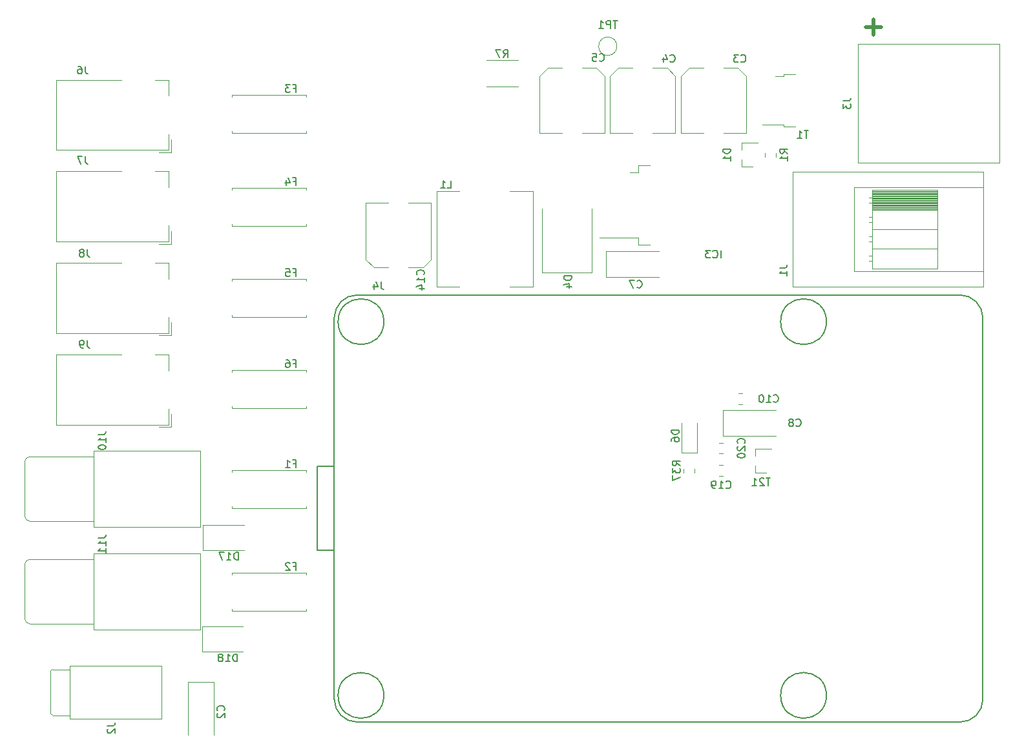
<source format=gbo>
%TF.GenerationSoftware,KiCad,Pcbnew,(5.1.6-0-10_14)*%
%TF.CreationDate,2020-09-02T22:05:45+02:00*%
%TF.ProjectId,Astroberry_power_shield,41737472-6f62-4657-9272-795f706f7765,rev?*%
%TF.SameCoordinates,PX2faf080PY8f0d180*%
%TF.FileFunction,Legend,Bot*%
%TF.FilePolarity,Positive*%
%FSLAX46Y46*%
G04 Gerber Fmt 4.6, Leading zero omitted, Abs format (unit mm)*
G04 Created by KiCad (PCBNEW (5.1.6-0-10_14)) date 2020-09-02 22:05:45*
%MOMM*%
%LPD*%
G01*
G04 APERTURE LIST*
%ADD10C,0.200000*%
%ADD11C,0.120000*%
%ADD12C,0.500000*%
%ADD13C,0.150000*%
G04 APERTURE END LIST*
D10*
%TO.C,J4*%
X37799994Y6400000D02*
G75*
G02*
X34800000Y9400000I3J2999997D01*
G01*
X34799999Y59400005D02*
G75*
G02*
X37800000Y62400000I2999998J-3D01*
G01*
X116800004Y62400000D02*
G75*
G02*
X119800000Y59400000I-2J-2999998D01*
G01*
X119799999Y9399995D02*
G75*
G02*
X116800000Y6400000I-2999997J2D01*
G01*
X99300000Y9899999D02*
G75*
G03*
X99300000Y9899999I-3000000J0D01*
G01*
X99300000Y58899999D02*
G75*
G03*
X99300000Y58899999I-3000000J0D01*
G01*
X41300000Y9899999D02*
G75*
G03*
X41300000Y9899999I-3000000J0D01*
G01*
X41300000Y58900000D02*
G75*
G03*
X41300000Y58900000I-3000000J0D01*
G01*
X34800000Y59400000D02*
X34800000Y9400000D01*
X116800000Y62400000D02*
X37800000Y62400000D01*
X119800000Y9400000D02*
X119800000Y59400000D01*
X37800000Y6400000D02*
X116800000Y6400000D01*
X32535000Y39909999D02*
X34800000Y39909999D01*
X32535000Y28910000D02*
X32535000Y39909999D01*
X34800000Y28910000D02*
X32535000Y28910000D01*
D11*
%TO.C,J1*%
X113887000Y76146000D02*
X113887000Y65866000D01*
X113887000Y65866000D02*
X105257000Y65866000D01*
X105257000Y76146000D02*
X105257000Y65866000D01*
X113887000Y76146000D02*
X105257000Y76146000D01*
X113887000Y68466000D02*
X105257000Y68466000D01*
X113887000Y71006000D02*
X105257000Y71006000D01*
X113887000Y73546000D02*
X105257000Y73546000D01*
X105257000Y66836000D02*
X104847000Y66836000D01*
X105257000Y67556000D02*
X104847000Y67556000D01*
X105257000Y69376000D02*
X104847000Y69376000D01*
X105257000Y70096000D02*
X104847000Y70096000D01*
X105257000Y71916000D02*
X104847000Y71916000D01*
X105257000Y72636000D02*
X104847000Y72636000D01*
X105257000Y74456000D02*
X104907000Y74456000D01*
X105257000Y75176000D02*
X104907000Y75176000D01*
X113887000Y73664100D02*
X105257000Y73664100D01*
X113887000Y73782195D02*
X105257000Y73782195D01*
X113887000Y73900290D02*
X105257000Y73900290D01*
X113887000Y74018385D02*
X105257000Y74018385D01*
X113887000Y74136480D02*
X105257000Y74136480D01*
X113887000Y74254575D02*
X105257000Y74254575D01*
X113887000Y74372670D02*
X105257000Y74372670D01*
X113887000Y74490765D02*
X105257000Y74490765D01*
X113887000Y74608860D02*
X105257000Y74608860D01*
X113887000Y74726955D02*
X105257000Y74726955D01*
X113887000Y74845050D02*
X105257000Y74845050D01*
X113887000Y74963145D02*
X105257000Y74963145D01*
X113887000Y75081240D02*
X105257000Y75081240D01*
X113887000Y75199335D02*
X105257000Y75199335D01*
X113887000Y75317430D02*
X105257000Y75317430D01*
X113887000Y75435525D02*
X105257000Y75435525D01*
X113887000Y75553620D02*
X105257000Y75553620D01*
X113887000Y75671715D02*
X105257000Y75671715D01*
X113887000Y75789810D02*
X105257000Y75789810D01*
X113887000Y75907905D02*
X105257000Y75907905D01*
X113887000Y76026000D02*
X105257000Y76026000D01*
X119897000Y71016000D02*
X119897000Y78516000D01*
X119897000Y78516000D02*
X94897000Y78516000D01*
X94897000Y78516000D02*
X94897000Y63516000D01*
X94897000Y63516000D02*
X119897000Y63516000D01*
X119897000Y63516000D02*
X119897000Y71016000D01*
X119897000Y65516000D02*
X102897000Y65516000D01*
X119897000Y76516000D02*
X102897000Y76516000D01*
X102897000Y76516000D02*
X102897000Y65516000D01*
%TO.C,T21*%
X89956000Y39073000D02*
X89956000Y40003000D01*
X89956000Y42233000D02*
X89956000Y41303000D01*
X89956000Y42233000D02*
X92116000Y42233000D01*
X89956000Y39073000D02*
X91416000Y39073000D01*
%TO.C,R37*%
X82028000Y39124422D02*
X82028000Y39641578D01*
X80608000Y39124422D02*
X80608000Y39641578D01*
%TO.C,D6*%
X82318000Y41705000D02*
X80318000Y41705000D01*
X80318000Y41705000D02*
X80318000Y45605000D01*
X82318000Y41705000D02*
X82318000Y45605000D01*
%TO.C,C20*%
X85767578Y43014000D02*
X85250422Y43014000D01*
X85767578Y41594000D02*
X85250422Y41594000D01*
%TO.C,C19*%
X85767578Y40093000D02*
X85250422Y40093000D01*
X85767578Y38673000D02*
X85250422Y38673000D01*
%TO.C,J2*%
X-2375000Y7600000D02*
X-2375000Y13000000D01*
X-2075000Y7300000D02*
X125000Y7300000D01*
X-2075000Y13300000D02*
X125000Y13300000D01*
X125000Y6800000D02*
X125000Y7300000D01*
X12125000Y6800000D02*
X125000Y6800000D01*
X12125000Y13800000D02*
X12125000Y6800000D01*
X125000Y13800000D02*
X12125000Y13800000D01*
X125000Y13300000D02*
X125000Y13800000D01*
X125000Y13300000D02*
X125000Y7300000D01*
X-2375000Y7600000D02*
G75*
G03*
X-2075000Y7300000I300000J0D01*
G01*
X-2075000Y13300000D02*
G75*
G03*
X-2375000Y13000000I0J-300000D01*
G01*
%TO.C,D18*%
X17466000Y15635000D02*
X22866000Y15635000D01*
X17466000Y18935000D02*
X22866000Y18935000D01*
X17466000Y15635000D02*
X17466000Y18935000D01*
%TO.C,D17*%
X17593000Y28970000D02*
X22993000Y28970000D01*
X17593000Y32270000D02*
X22993000Y32270000D01*
X17593000Y28970000D02*
X17593000Y32270000D01*
%TO.C,L1*%
X51221000Y76036000D02*
X48221000Y76036000D01*
X48221000Y76036000D02*
X48221000Y63436000D01*
X48221000Y63436000D02*
X51221000Y63436000D01*
X57821000Y63436000D02*
X60821000Y63436000D01*
X60821000Y63436000D02*
X60821000Y76036000D01*
X60821000Y76036000D02*
X57821000Y76036000D01*
%TO.C,IC3*%
X74685000Y78431000D02*
X73585000Y78431000D01*
X74685000Y79381000D02*
X74685000Y78431000D01*
X76185000Y79381000D02*
X74685000Y79381000D01*
X74685000Y69931000D02*
X69560000Y69931000D01*
X74685000Y68981000D02*
X74685000Y69931000D01*
X76185000Y68981000D02*
X74685000Y68981000D01*
%TO.C,D4*%
X62066000Y65317000D02*
X68566000Y65317000D01*
X62066000Y65317000D02*
X62066000Y73717000D01*
X68566000Y65317000D02*
X68566000Y73717000D01*
%TO.C,C14*%
X38958000Y74504000D02*
X41908000Y74504000D01*
X47478000Y74504000D02*
X44528000Y74504000D01*
X47478000Y67048437D02*
X47478000Y74504000D01*
X38958000Y67048437D02*
X38958000Y74504000D01*
X40022437Y65984000D02*
X41908000Y65984000D01*
X46413563Y65984000D02*
X44528000Y65984000D01*
X46413563Y65984000D02*
X47478000Y67048437D01*
X40022437Y65984000D02*
X38958000Y67048437D01*
%TO.C,J3*%
X105448000Y95316000D02*
X121948000Y95316000D01*
X121948000Y95316000D02*
X121948000Y89016000D01*
X105448000Y79716000D02*
X121948000Y79716000D01*
X121948000Y79716000D02*
X121948000Y89016000D01*
X105448000Y95316000D02*
X103448000Y95316000D01*
X103448000Y95316000D02*
X103448000Y79716000D01*
X103448000Y79716000D02*
X105448000Y79716000D01*
D12*
X105448000Y97516000D02*
X105448000Y98516000D01*
X105448000Y97516000D02*
X105448000Y96516000D01*
X105448000Y97516000D02*
X104448000Y97516000D01*
X105448000Y97516000D02*
X106448000Y97516000D01*
D11*
%TO.C,F6*%
X21398000Y47551000D02*
X31148000Y47551000D01*
X31148000Y47551000D02*
X31148000Y47801000D01*
X21398000Y47551000D02*
X21398000Y47801000D01*
X21398000Y52301000D02*
X21398000Y52551000D01*
X21398000Y52551000D02*
X31148000Y52551000D01*
X31148000Y52551000D02*
X31148000Y52301000D01*
%TO.C,F5*%
X21398000Y59489000D02*
X31148000Y59489000D01*
X31148000Y59489000D02*
X31148000Y59739000D01*
X21398000Y59489000D02*
X21398000Y59739000D01*
X21398000Y64239000D02*
X21398000Y64489000D01*
X21398000Y64489000D02*
X31148000Y64489000D01*
X31148000Y64489000D02*
X31148000Y64239000D01*
%TO.C,F4*%
X21398000Y71427000D02*
X31148000Y71427000D01*
X31148000Y71427000D02*
X31148000Y71677000D01*
X21398000Y71427000D02*
X21398000Y71677000D01*
X21398000Y76177000D02*
X21398000Y76427000D01*
X21398000Y76427000D02*
X31148000Y76427000D01*
X31148000Y76427000D02*
X31148000Y76177000D01*
%TO.C,F3*%
X21398000Y83619000D02*
X31148000Y83619000D01*
X31148000Y83619000D02*
X31148000Y83869000D01*
X21398000Y83619000D02*
X21398000Y83869000D01*
X21398000Y88369000D02*
X21398000Y88619000D01*
X21398000Y88619000D02*
X31148000Y88619000D01*
X31148000Y88619000D02*
X31148000Y88369000D01*
%TO.C,F2*%
X31129000Y26008000D02*
X21379000Y26008000D01*
X21379000Y26008000D02*
X21379000Y25758000D01*
X31129000Y26008000D02*
X31129000Y25758000D01*
X31129000Y21258000D02*
X31129000Y21008000D01*
X31129000Y21008000D02*
X21379000Y21008000D01*
X21379000Y21008000D02*
X21379000Y21258000D01*
%TO.C,F1*%
X31129000Y39470000D02*
X21379000Y39470000D01*
X21379000Y39470000D02*
X21379000Y39220000D01*
X31129000Y39470000D02*
X31129000Y39220000D01*
X31129000Y34720000D02*
X31129000Y34470000D01*
X31129000Y34470000D02*
X21379000Y34470000D01*
X21379000Y34470000D02*
X21379000Y34720000D01*
%TO.C,J9*%
X6900000Y54600000D02*
X-1600000Y54600000D01*
X-1600000Y54600000D02*
X-1600000Y45400000D01*
X-1600000Y45400000D02*
X13100000Y45400000D01*
X13100000Y52500000D02*
X13100000Y54600000D01*
X13100000Y54600000D02*
X11300000Y54600000D01*
X13400000Y46800000D02*
X13400000Y45100000D01*
X13400000Y45100000D02*
X11800000Y45100000D01*
X13100000Y45400000D02*
X13100000Y47500000D01*
%TO.C,J8*%
X6900000Y66600000D02*
X-1600000Y66600000D01*
X-1600000Y66600000D02*
X-1600000Y57400000D01*
X-1600000Y57400000D02*
X13100000Y57400000D01*
X13100000Y64500000D02*
X13100000Y66600000D01*
X13100000Y66600000D02*
X11300000Y66600000D01*
X13400000Y58800000D02*
X13400000Y57100000D01*
X13400000Y57100000D02*
X11800000Y57100000D01*
X13100000Y57400000D02*
X13100000Y59500000D01*
%TO.C,J7*%
X6900000Y78600000D02*
X-1600000Y78600000D01*
X-1600000Y78600000D02*
X-1600000Y69400000D01*
X-1600000Y69400000D02*
X13100000Y69400000D01*
X13100000Y76500000D02*
X13100000Y78600000D01*
X13100000Y78600000D02*
X11300000Y78600000D01*
X13400000Y70800000D02*
X13400000Y69100000D01*
X13400000Y69100000D02*
X11800000Y69100000D01*
X13100000Y69400000D02*
X13100000Y71500000D01*
%TO.C,J6*%
X6900000Y90600000D02*
X-1600000Y90600000D01*
X-1600000Y90600000D02*
X-1600000Y81400000D01*
X-1600000Y81400000D02*
X13100000Y81400000D01*
X13100000Y88500000D02*
X13100000Y90600000D01*
X13100000Y90600000D02*
X11300000Y90600000D01*
X13400000Y82800000D02*
X13400000Y81100000D01*
X13400000Y81100000D02*
X11800000Y81100000D01*
X13100000Y81400000D02*
X13100000Y83500000D01*
%TO.C,J11*%
X-5147000Y27708000D02*
X3253000Y27708000D01*
X-5147000Y19308000D02*
X3253000Y19308000D01*
X-5747000Y19908000D02*
X-5747000Y27108000D01*
X3253000Y28508000D02*
X3253000Y23508000D01*
X17253000Y28508000D02*
X3253000Y28508000D01*
X17253000Y18508000D02*
X17253000Y28508000D01*
X3253000Y18508000D02*
X17253000Y18508000D01*
X3253000Y23508000D02*
X3253000Y18508000D01*
X-5147000Y27708000D02*
G75*
G03*
X-5747000Y27108000I0J-600000D01*
G01*
X-5747000Y19908000D02*
G75*
G03*
X-5147000Y19308000I600000J0D01*
G01*
%TO.C,J10*%
X-5147000Y41170000D02*
X3253000Y41170000D01*
X-5147000Y32770000D02*
X3253000Y32770000D01*
X-5747000Y33370000D02*
X-5747000Y40570000D01*
X3253000Y41970000D02*
X3253000Y36970000D01*
X17253000Y41970000D02*
X3253000Y41970000D01*
X17253000Y31970000D02*
X17253000Y41970000D01*
X3253000Y31970000D02*
X17253000Y31970000D01*
X3253000Y36970000D02*
X3253000Y31970000D01*
X-5147000Y41170000D02*
G75*
G03*
X-5747000Y40570000I0J-600000D01*
G01*
X-5747000Y33370000D02*
G75*
G03*
X-5147000Y32770000I600000J0D01*
G01*
%TO.C,C10*%
X88307578Y48071000D02*
X87790422Y48071000D01*
X88307578Y49491000D02*
X87790422Y49491000D01*
%TO.C,C8*%
X85765000Y47316000D02*
X92700000Y47316000D01*
X85765000Y43896000D02*
X85765000Y47316000D01*
X92700000Y43896000D02*
X85765000Y43896000D01*
%TO.C,TP1*%
X71850000Y95009000D02*
G75*
G03*
X71850000Y95009000I-1200000J0D01*
G01*
%TO.C,R7*%
X54754936Y89743000D02*
X58859064Y89743000D01*
X54754936Y93163000D02*
X58859064Y93163000D01*
%TO.C,R1*%
X91276000Y81043578D02*
X91276000Y80526422D01*
X92696000Y81043578D02*
X92696000Y80526422D01*
%TO.C,T1*%
X93707000Y91077000D02*
X92607000Y91077000D01*
X93707000Y91347000D02*
X93707000Y91077000D01*
X95207000Y91347000D02*
X93707000Y91347000D01*
X93707000Y84717000D02*
X90877000Y84717000D01*
X93707000Y84447000D02*
X93707000Y84717000D01*
X95207000Y84447000D02*
X93707000Y84447000D01*
%TO.C,D1*%
X88178000Y79205000D02*
X89638000Y79205000D01*
X88178000Y82365000D02*
X90338000Y82365000D01*
X88178000Y82365000D02*
X88178000Y81435000D01*
X88178000Y79205000D02*
X88178000Y80135000D01*
%TO.C,C7*%
X77333000Y64724000D02*
X70398000Y64724000D01*
X70398000Y64724000D02*
X70398000Y68144000D01*
X70398000Y68144000D02*
X77333000Y68144000D01*
%TO.C,C5*%
X70211000Y83637000D02*
X67261000Y83637000D01*
X61691000Y83637000D02*
X64641000Y83637000D01*
X61691000Y91092563D02*
X61691000Y83637000D01*
X70211000Y91092563D02*
X70211000Y83637000D01*
X69146563Y92157000D02*
X67261000Y92157000D01*
X62755437Y92157000D02*
X64641000Y92157000D01*
X62755437Y92157000D02*
X61691000Y91092563D01*
X69146563Y92157000D02*
X70211000Y91092563D01*
%TO.C,C4*%
X79482000Y83637000D02*
X76532000Y83637000D01*
X70962000Y83637000D02*
X73912000Y83637000D01*
X70962000Y91092563D02*
X70962000Y83637000D01*
X79482000Y91092563D02*
X79482000Y83637000D01*
X78417563Y92157000D02*
X76532000Y92157000D01*
X72026437Y92157000D02*
X73912000Y92157000D01*
X72026437Y92157000D02*
X70962000Y91092563D01*
X78417563Y92157000D02*
X79482000Y91092563D01*
%TO.C,C3*%
X88753000Y83637000D02*
X85803000Y83637000D01*
X80233000Y83637000D02*
X83183000Y83637000D01*
X80233000Y91092563D02*
X80233000Y83637000D01*
X88753000Y91092563D02*
X88753000Y83637000D01*
X87688563Y92157000D02*
X85803000Y92157000D01*
X81297437Y92157000D02*
X83183000Y92157000D01*
X81297437Y92157000D02*
X80233000Y91092563D01*
X87688563Y92157000D02*
X88753000Y91092563D01*
%TO.C,C2*%
X15600000Y4760000D02*
X15600000Y11695000D01*
X15600000Y11695000D02*
X19020000Y11695000D01*
X19020000Y11695000D02*
X19020000Y4760000D01*
%TO.C,J4*%
D13*
X40933333Y64147620D02*
X40933333Y63433334D01*
X40980952Y63290477D01*
X41076190Y63195239D01*
X41219047Y63147620D01*
X41314285Y63147620D01*
X40028571Y63814286D02*
X40028571Y63147620D01*
X40266666Y64195239D02*
X40504761Y63480953D01*
X39885714Y63480953D01*
%TO.C,J1*%
X93149380Y65949334D02*
X93863666Y65949334D01*
X94006523Y65996953D01*
X94101761Y66092191D01*
X94149380Y66235048D01*
X94149380Y66330286D01*
X94149380Y64949334D02*
X94149380Y65520762D01*
X94149380Y65235048D02*
X93149380Y65235048D01*
X93292238Y65330286D01*
X93387476Y65425524D01*
X93435095Y65520762D01*
%TO.C,T21*%
X91954095Y38406620D02*
X91382666Y38406620D01*
X91668380Y37406620D02*
X91668380Y38406620D01*
X91096952Y38311381D02*
X91049333Y38359000D01*
X90954095Y38406620D01*
X90716000Y38406620D01*
X90620761Y38359000D01*
X90573142Y38311381D01*
X90525523Y38216143D01*
X90525523Y38120905D01*
X90573142Y37978048D01*
X91144571Y37406620D01*
X90525523Y37406620D01*
X89573142Y37406620D02*
X90144571Y37406620D01*
X89858857Y37406620D02*
X89858857Y38406620D01*
X89954095Y38263762D01*
X90049333Y38168524D01*
X90144571Y38120905D01*
%TO.C,R37*%
X80119380Y40025858D02*
X79643190Y40359191D01*
X80119380Y40597286D02*
X79119380Y40597286D01*
X79119380Y40216334D01*
X79167000Y40121096D01*
X79214619Y40073477D01*
X79309857Y40025858D01*
X79452714Y40025858D01*
X79547952Y40073477D01*
X79595571Y40121096D01*
X79643190Y40216334D01*
X79643190Y40597286D01*
X79119380Y39692524D02*
X79119380Y39073477D01*
X79500333Y39406810D01*
X79500333Y39263953D01*
X79547952Y39168715D01*
X79595571Y39121096D01*
X79690809Y39073477D01*
X79928904Y39073477D01*
X80024142Y39121096D01*
X80071761Y39168715D01*
X80119380Y39263953D01*
X80119380Y39549667D01*
X80071761Y39644905D01*
X80024142Y39692524D01*
X79119380Y38740143D02*
X79119380Y38073477D01*
X80119380Y38502048D01*
%TO.C,D6*%
X79992380Y44693096D02*
X78992380Y44693096D01*
X78992380Y44455000D01*
X79040000Y44312143D01*
X79135238Y44216905D01*
X79230476Y44169286D01*
X79420952Y44121667D01*
X79563809Y44121667D01*
X79754285Y44169286D01*
X79849523Y44216905D01*
X79944761Y44312143D01*
X79992380Y44455000D01*
X79992380Y44693096D01*
X78992380Y43264524D02*
X78992380Y43455000D01*
X79040000Y43550239D01*
X79087619Y43597858D01*
X79230476Y43693096D01*
X79420952Y43740715D01*
X79801904Y43740715D01*
X79897142Y43693096D01*
X79944761Y43645477D01*
X79992380Y43550239D01*
X79992380Y43359762D01*
X79944761Y43264524D01*
X79897142Y43216905D01*
X79801904Y43169286D01*
X79563809Y43169286D01*
X79468571Y43216905D01*
X79420952Y43264524D01*
X79373333Y43359762D01*
X79373333Y43550239D01*
X79420952Y43645477D01*
X79468571Y43693096D01*
X79563809Y43740715D01*
%TO.C,C20*%
X88533142Y42946858D02*
X88580761Y42994477D01*
X88628380Y43137334D01*
X88628380Y43232572D01*
X88580761Y43375429D01*
X88485523Y43470667D01*
X88390285Y43518286D01*
X88199809Y43565905D01*
X88056952Y43565905D01*
X87866476Y43518286D01*
X87771238Y43470667D01*
X87676000Y43375429D01*
X87628380Y43232572D01*
X87628380Y43137334D01*
X87676000Y42994477D01*
X87723619Y42946858D01*
X87723619Y42565905D02*
X87676000Y42518286D01*
X87628380Y42423048D01*
X87628380Y42184953D01*
X87676000Y42089715D01*
X87723619Y42042096D01*
X87818857Y41994477D01*
X87914095Y41994477D01*
X88056952Y42042096D01*
X88628380Y42613524D01*
X88628380Y41994477D01*
X87628380Y41375429D02*
X87628380Y41280191D01*
X87676000Y41184953D01*
X87723619Y41137334D01*
X87818857Y41089715D01*
X88009333Y41042096D01*
X88247428Y41042096D01*
X88437904Y41089715D01*
X88533142Y41137334D01*
X88580761Y41184953D01*
X88628380Y41280191D01*
X88628380Y41375429D01*
X88580761Y41470667D01*
X88533142Y41518286D01*
X88437904Y41565905D01*
X88247428Y41613524D01*
X88009333Y41613524D01*
X87818857Y41565905D01*
X87723619Y41518286D01*
X87676000Y41470667D01*
X87628380Y41375429D01*
%TO.C,C19*%
X86151857Y37120858D02*
X86199476Y37073239D01*
X86342333Y37025620D01*
X86437571Y37025620D01*
X86580428Y37073239D01*
X86675666Y37168477D01*
X86723285Y37263715D01*
X86770904Y37454191D01*
X86770904Y37597048D01*
X86723285Y37787524D01*
X86675666Y37882762D01*
X86580428Y37978000D01*
X86437571Y38025620D01*
X86342333Y38025620D01*
X86199476Y37978000D01*
X86151857Y37930381D01*
X85199476Y37025620D02*
X85770904Y37025620D01*
X85485190Y37025620D02*
X85485190Y38025620D01*
X85580428Y37882762D01*
X85675666Y37787524D01*
X85770904Y37739905D01*
X84723285Y37025620D02*
X84532809Y37025620D01*
X84437571Y37073239D01*
X84389952Y37120858D01*
X84294714Y37263715D01*
X84247095Y37454191D01*
X84247095Y37835143D01*
X84294714Y37930381D01*
X84342333Y37978000D01*
X84437571Y38025620D01*
X84628047Y38025620D01*
X84723285Y37978000D01*
X84770904Y37930381D01*
X84818523Y37835143D01*
X84818523Y37597048D01*
X84770904Y37501810D01*
X84723285Y37454191D01*
X84628047Y37406572D01*
X84437571Y37406572D01*
X84342333Y37454191D01*
X84294714Y37501810D01*
X84247095Y37597048D01*
%TO.C,J2*%
X5078380Y5934334D02*
X5792666Y5934334D01*
X5935523Y5981953D01*
X6030761Y6077191D01*
X6078380Y6220048D01*
X6078380Y6315286D01*
X5173619Y5505762D02*
X5126000Y5458143D01*
X5078380Y5362905D01*
X5078380Y5124810D01*
X5126000Y5029572D01*
X5173619Y4981953D01*
X5268857Y4934334D01*
X5364095Y4934334D01*
X5506952Y4981953D01*
X6078380Y5553381D01*
X6078380Y4934334D01*
%TO.C,D18*%
X22080285Y14332620D02*
X22080285Y15332620D01*
X21842190Y15332620D01*
X21699333Y15285000D01*
X21604095Y15189762D01*
X21556476Y15094524D01*
X21508857Y14904048D01*
X21508857Y14761191D01*
X21556476Y14570715D01*
X21604095Y14475477D01*
X21699333Y14380239D01*
X21842190Y14332620D01*
X22080285Y14332620D01*
X20556476Y14332620D02*
X21127904Y14332620D01*
X20842190Y14332620D02*
X20842190Y15332620D01*
X20937428Y15189762D01*
X21032666Y15094524D01*
X21127904Y15046905D01*
X19985047Y14904048D02*
X20080285Y14951667D01*
X20127904Y14999286D01*
X20175523Y15094524D01*
X20175523Y15142143D01*
X20127904Y15237381D01*
X20080285Y15285000D01*
X19985047Y15332620D01*
X19794571Y15332620D01*
X19699333Y15285000D01*
X19651714Y15237381D01*
X19604095Y15142143D01*
X19604095Y15094524D01*
X19651714Y14999286D01*
X19699333Y14951667D01*
X19794571Y14904048D01*
X19985047Y14904048D01*
X20080285Y14856429D01*
X20127904Y14808810D01*
X20175523Y14713572D01*
X20175523Y14523096D01*
X20127904Y14427858D01*
X20080285Y14380239D01*
X19985047Y14332620D01*
X19794571Y14332620D01*
X19699333Y14380239D01*
X19651714Y14427858D01*
X19604095Y14523096D01*
X19604095Y14713572D01*
X19651714Y14808810D01*
X19699333Y14856429D01*
X19794571Y14904048D01*
%TO.C,D17*%
X22207285Y27667620D02*
X22207285Y28667620D01*
X21969190Y28667620D01*
X21826333Y28620000D01*
X21731095Y28524762D01*
X21683476Y28429524D01*
X21635857Y28239048D01*
X21635857Y28096191D01*
X21683476Y27905715D01*
X21731095Y27810477D01*
X21826333Y27715239D01*
X21969190Y27667620D01*
X22207285Y27667620D01*
X20683476Y27667620D02*
X21254904Y27667620D01*
X20969190Y27667620D02*
X20969190Y28667620D01*
X21064428Y28524762D01*
X21159666Y28429524D01*
X21254904Y28381905D01*
X20350142Y28667620D02*
X19683476Y28667620D01*
X20112047Y27667620D01*
%TO.C,L1*%
X49607666Y76395620D02*
X50083857Y76395620D01*
X50083857Y77395620D01*
X48750523Y76395620D02*
X49321952Y76395620D01*
X49036238Y76395620D02*
X49036238Y77395620D01*
X49131476Y77252762D01*
X49226714Y77157524D01*
X49321952Y77109905D01*
%TO.C,IC3*%
X85469190Y67251620D02*
X85469190Y68251620D01*
X84421571Y67346858D02*
X84469190Y67299239D01*
X84612047Y67251620D01*
X84707285Y67251620D01*
X84850142Y67299239D01*
X84945380Y67394477D01*
X84993000Y67489715D01*
X85040619Y67680191D01*
X85040619Y67823048D01*
X84993000Y68013524D01*
X84945380Y68108762D01*
X84850142Y68204000D01*
X84707285Y68251620D01*
X84612047Y68251620D01*
X84469190Y68204000D01*
X84421571Y68156381D01*
X84088238Y68251620D02*
X83469190Y68251620D01*
X83802523Y67870667D01*
X83659666Y67870667D01*
X83564428Y67823048D01*
X83516809Y67775429D01*
X83469190Y67680191D01*
X83469190Y67442096D01*
X83516809Y67346858D01*
X83564428Y67299239D01*
X83659666Y67251620D01*
X83945380Y67251620D01*
X84040619Y67299239D01*
X84088238Y67346858D01*
%TO.C,D4*%
X65895380Y64886096D02*
X64895380Y64886096D01*
X64895380Y64648000D01*
X64943000Y64505143D01*
X65038238Y64409905D01*
X65133476Y64362286D01*
X65323952Y64314667D01*
X65466809Y64314667D01*
X65657285Y64362286D01*
X65752523Y64409905D01*
X65847761Y64505143D01*
X65895380Y64648000D01*
X65895380Y64886096D01*
X65228714Y63457524D02*
X65895380Y63457524D01*
X64847761Y63695620D02*
X65562047Y63933715D01*
X65562047Y63314667D01*
%TO.C,C14*%
X46496142Y65044858D02*
X46543761Y65092477D01*
X46591380Y65235334D01*
X46591380Y65330572D01*
X46543761Y65473429D01*
X46448523Y65568667D01*
X46353285Y65616286D01*
X46162809Y65663905D01*
X46019952Y65663905D01*
X45829476Y65616286D01*
X45734238Y65568667D01*
X45639000Y65473429D01*
X45591380Y65330572D01*
X45591380Y65235334D01*
X45639000Y65092477D01*
X45686619Y65044858D01*
X46591380Y64092477D02*
X46591380Y64663905D01*
X46591380Y64378191D02*
X45591380Y64378191D01*
X45734238Y64473429D01*
X45829476Y64568667D01*
X45877095Y64663905D01*
X45924714Y63235334D02*
X46591380Y63235334D01*
X45543761Y63473429D02*
X46258047Y63711524D01*
X46258047Y63092477D01*
%TO.C,J3*%
X101500380Y87849334D02*
X102214666Y87849334D01*
X102357523Y87896953D01*
X102452761Y87992191D01*
X102500380Y88135048D01*
X102500380Y88230286D01*
X101500380Y87468381D02*
X101500380Y86849334D01*
X101881333Y87182667D01*
X101881333Y87039810D01*
X101928952Y86944572D01*
X101976571Y86896953D01*
X102071809Y86849334D01*
X102309904Y86849334D01*
X102405142Y86896953D01*
X102452761Y86944572D01*
X102500380Y87039810D01*
X102500380Y87325524D01*
X102452761Y87420762D01*
X102405142Y87468381D01*
%TO.C,F6*%
X29454333Y53424429D02*
X29787666Y53424429D01*
X29787666Y52900620D02*
X29787666Y53900620D01*
X29311476Y53900620D01*
X28501952Y53900620D02*
X28692428Y53900620D01*
X28787666Y53853000D01*
X28835285Y53805381D01*
X28930523Y53662524D01*
X28978142Y53472048D01*
X28978142Y53091096D01*
X28930523Y52995858D01*
X28882904Y52948239D01*
X28787666Y52900620D01*
X28597190Y52900620D01*
X28501952Y52948239D01*
X28454333Y52995858D01*
X28406714Y53091096D01*
X28406714Y53329191D01*
X28454333Y53424429D01*
X28501952Y53472048D01*
X28597190Y53519667D01*
X28787666Y53519667D01*
X28882904Y53472048D01*
X28930523Y53424429D01*
X28978142Y53329191D01*
%TO.C,F5*%
X29454333Y65362429D02*
X29787666Y65362429D01*
X29787666Y64838620D02*
X29787666Y65838620D01*
X29311476Y65838620D01*
X28454333Y65838620D02*
X28930523Y65838620D01*
X28978142Y65362429D01*
X28930523Y65410048D01*
X28835285Y65457667D01*
X28597190Y65457667D01*
X28501952Y65410048D01*
X28454333Y65362429D01*
X28406714Y65267191D01*
X28406714Y65029096D01*
X28454333Y64933858D01*
X28501952Y64886239D01*
X28597190Y64838620D01*
X28835285Y64838620D01*
X28930523Y64886239D01*
X28978142Y64933858D01*
%TO.C,F4*%
X29454333Y77300429D02*
X29787666Y77300429D01*
X29787666Y76776620D02*
X29787666Y77776620D01*
X29311476Y77776620D01*
X28501952Y77443286D02*
X28501952Y76776620D01*
X28740047Y77824239D02*
X28978142Y77109953D01*
X28359095Y77109953D01*
%TO.C,F3*%
X29454333Y89492429D02*
X29787666Y89492429D01*
X29787666Y88968620D02*
X29787666Y89968620D01*
X29311476Y89968620D01*
X29025761Y89968620D02*
X28406714Y89968620D01*
X28740047Y89587667D01*
X28597190Y89587667D01*
X28501952Y89540048D01*
X28454333Y89492429D01*
X28406714Y89397191D01*
X28406714Y89159096D01*
X28454333Y89063858D01*
X28501952Y89016239D01*
X28597190Y88968620D01*
X28882904Y88968620D01*
X28978142Y89016239D01*
X29025761Y89063858D01*
%TO.C,F2*%
X29462333Y26829429D02*
X29795666Y26829429D01*
X29795666Y26305620D02*
X29795666Y27305620D01*
X29319476Y27305620D01*
X28986142Y27210381D02*
X28938523Y27258000D01*
X28843285Y27305620D01*
X28605190Y27305620D01*
X28509952Y27258000D01*
X28462333Y27210381D01*
X28414714Y27115143D01*
X28414714Y27019905D01*
X28462333Y26877048D01*
X29033761Y26305620D01*
X28414714Y26305620D01*
%TO.C,F1*%
X29462333Y40291429D02*
X29795666Y40291429D01*
X29795666Y39767620D02*
X29795666Y40767620D01*
X29319476Y40767620D01*
X28414714Y39767620D02*
X28986142Y39767620D01*
X28700428Y39767620D02*
X28700428Y40767620D01*
X28795666Y40624762D01*
X28890904Y40529524D01*
X28986142Y40481905D01*
%TO.C,J9*%
X2422333Y56440620D02*
X2422333Y55726334D01*
X2469952Y55583477D01*
X2565190Y55488239D01*
X2708047Y55440620D01*
X2803285Y55440620D01*
X1898523Y55440620D02*
X1708047Y55440620D01*
X1612809Y55488239D01*
X1565190Y55535858D01*
X1469952Y55678715D01*
X1422333Y55869191D01*
X1422333Y56250143D01*
X1469952Y56345381D01*
X1517571Y56393000D01*
X1612809Y56440620D01*
X1803285Y56440620D01*
X1898523Y56393000D01*
X1946142Y56345381D01*
X1993761Y56250143D01*
X1993761Y56012048D01*
X1946142Y55916810D01*
X1898523Y55869191D01*
X1803285Y55821572D01*
X1612809Y55821572D01*
X1517571Y55869191D01*
X1469952Y55916810D01*
X1422333Y56012048D01*
%TO.C,J8*%
X2422333Y68378620D02*
X2422333Y67664334D01*
X2469952Y67521477D01*
X2565190Y67426239D01*
X2708047Y67378620D01*
X2803285Y67378620D01*
X1803285Y67950048D02*
X1898523Y67997667D01*
X1946142Y68045286D01*
X1993761Y68140524D01*
X1993761Y68188143D01*
X1946142Y68283381D01*
X1898523Y68331000D01*
X1803285Y68378620D01*
X1612809Y68378620D01*
X1517571Y68331000D01*
X1469952Y68283381D01*
X1422333Y68188143D01*
X1422333Y68140524D01*
X1469952Y68045286D01*
X1517571Y67997667D01*
X1612809Y67950048D01*
X1803285Y67950048D01*
X1898523Y67902429D01*
X1946142Y67854810D01*
X1993761Y67759572D01*
X1993761Y67569096D01*
X1946142Y67473858D01*
X1898523Y67426239D01*
X1803285Y67378620D01*
X1612809Y67378620D01*
X1517571Y67426239D01*
X1469952Y67473858D01*
X1422333Y67569096D01*
X1422333Y67759572D01*
X1469952Y67854810D01*
X1517571Y67902429D01*
X1612809Y67950048D01*
%TO.C,J7*%
X2168333Y80570620D02*
X2168333Y79856334D01*
X2215952Y79713477D01*
X2311190Y79618239D01*
X2454047Y79570620D01*
X2549285Y79570620D01*
X1787380Y80570620D02*
X1120714Y80570620D01*
X1549285Y79570620D01*
%TO.C,J6*%
X2168333Y92381620D02*
X2168333Y91667334D01*
X2215952Y91524477D01*
X2311190Y91429239D01*
X2454047Y91381620D01*
X2549285Y91381620D01*
X1263571Y92381620D02*
X1454047Y92381620D01*
X1549285Y92334000D01*
X1596904Y92286381D01*
X1692142Y92143524D01*
X1739761Y91953048D01*
X1739761Y91572096D01*
X1692142Y91476858D01*
X1644523Y91429239D01*
X1549285Y91381620D01*
X1358809Y91381620D01*
X1263571Y91429239D01*
X1215952Y91476858D01*
X1168333Y91572096D01*
X1168333Y91810191D01*
X1215952Y91905429D01*
X1263571Y91953048D01*
X1358809Y92000667D01*
X1549285Y92000667D01*
X1644523Y91953048D01*
X1692142Y91905429D01*
X1739761Y91810191D01*
%TO.C,J11*%
X3886380Y30548524D02*
X4600666Y30548524D01*
X4743523Y30596143D01*
X4838761Y30691381D01*
X4886380Y30834239D01*
X4886380Y30929477D01*
X4886380Y29548524D02*
X4886380Y30119953D01*
X4886380Y29834239D02*
X3886380Y29834239D01*
X4029238Y29929477D01*
X4124476Y30024715D01*
X4172095Y30119953D01*
X4886380Y28596143D02*
X4886380Y29167572D01*
X4886380Y28881858D02*
X3886380Y28881858D01*
X4029238Y28977096D01*
X4124476Y29072334D01*
X4172095Y29167572D01*
%TO.C,J10*%
X3886380Y44099524D02*
X4600666Y44099524D01*
X4743523Y44147143D01*
X4838761Y44242381D01*
X4886380Y44385239D01*
X4886380Y44480477D01*
X4886380Y43099524D02*
X4886380Y43670953D01*
X4886380Y43385239D02*
X3886380Y43385239D01*
X4029238Y43480477D01*
X4124476Y43575715D01*
X4172095Y43670953D01*
X3886380Y42480477D02*
X3886380Y42385239D01*
X3934000Y42290000D01*
X3981619Y42242381D01*
X4076857Y42194762D01*
X4267333Y42147143D01*
X4505428Y42147143D01*
X4695904Y42194762D01*
X4791142Y42242381D01*
X4838761Y42290000D01*
X4886380Y42385239D01*
X4886380Y42480477D01*
X4838761Y42575715D01*
X4791142Y42623334D01*
X4695904Y42670953D01*
X4505428Y42718572D01*
X4267333Y42718572D01*
X4076857Y42670953D01*
X3981619Y42623334D01*
X3934000Y42575715D01*
X3886380Y42480477D01*
%TO.C,C10*%
X92374857Y48423858D02*
X92422476Y48376239D01*
X92565333Y48328620D01*
X92660571Y48328620D01*
X92803428Y48376239D01*
X92898666Y48471477D01*
X92946285Y48566715D01*
X92993904Y48757191D01*
X92993904Y48900048D01*
X92946285Y49090524D01*
X92898666Y49185762D01*
X92803428Y49281000D01*
X92660571Y49328620D01*
X92565333Y49328620D01*
X92422476Y49281000D01*
X92374857Y49233381D01*
X91422476Y48328620D02*
X91993904Y48328620D01*
X91708190Y48328620D02*
X91708190Y49328620D01*
X91803428Y49185762D01*
X91898666Y49090524D01*
X91993904Y49042905D01*
X90803428Y49328620D02*
X90708190Y49328620D01*
X90612952Y49281000D01*
X90565333Y49233381D01*
X90517714Y49138143D01*
X90470095Y48947667D01*
X90470095Y48709572D01*
X90517714Y48519096D01*
X90565333Y48423858D01*
X90612952Y48376239D01*
X90708190Y48328620D01*
X90803428Y48328620D01*
X90898666Y48376239D01*
X90946285Y48423858D01*
X90993904Y48519096D01*
X91041523Y48709572D01*
X91041523Y48947667D01*
X90993904Y49138143D01*
X90946285Y49233381D01*
X90898666Y49281000D01*
X90803428Y49328620D01*
%TO.C,C8*%
X95327666Y45248858D02*
X95375285Y45201239D01*
X95518142Y45153620D01*
X95613380Y45153620D01*
X95756238Y45201239D01*
X95851476Y45296477D01*
X95899095Y45391715D01*
X95946714Y45582191D01*
X95946714Y45725048D01*
X95899095Y45915524D01*
X95851476Y46010762D01*
X95756238Y46106000D01*
X95613380Y46153620D01*
X95518142Y46153620D01*
X95375285Y46106000D01*
X95327666Y46058381D01*
X94756238Y45725048D02*
X94851476Y45772667D01*
X94899095Y45820286D01*
X94946714Y45915524D01*
X94946714Y45963143D01*
X94899095Y46058381D01*
X94851476Y46106000D01*
X94756238Y46153620D01*
X94565761Y46153620D01*
X94470523Y46106000D01*
X94422904Y46058381D01*
X94375285Y45963143D01*
X94375285Y45915524D01*
X94422904Y45820286D01*
X94470523Y45772667D01*
X94565761Y45725048D01*
X94756238Y45725048D01*
X94851476Y45677429D01*
X94899095Y45629810D01*
X94946714Y45534572D01*
X94946714Y45344096D01*
X94899095Y45248858D01*
X94851476Y45201239D01*
X94756238Y45153620D01*
X94565761Y45153620D01*
X94470523Y45201239D01*
X94422904Y45248858D01*
X94375285Y45344096D01*
X94375285Y45534572D01*
X94422904Y45629810D01*
X94470523Y45677429D01*
X94565761Y45725048D01*
%TO.C,TP1*%
X71911904Y98350620D02*
X71340476Y98350620D01*
X71626190Y97350620D02*
X71626190Y98350620D01*
X71007142Y97350620D02*
X71007142Y98350620D01*
X70626190Y98350620D01*
X70530952Y98303000D01*
X70483333Y98255381D01*
X70435714Y98160143D01*
X70435714Y98017286D01*
X70483333Y97922048D01*
X70530952Y97874429D01*
X70626190Y97826810D01*
X71007142Y97826810D01*
X69483333Y97350620D02*
X70054761Y97350620D01*
X69769047Y97350620D02*
X69769047Y98350620D01*
X69864285Y98207762D01*
X69959523Y98112524D01*
X70054761Y98064905D01*
%TO.C,R7*%
X56973666Y93540620D02*
X57307000Y94016810D01*
X57545095Y93540620D02*
X57545095Y94540620D01*
X57164142Y94540620D01*
X57068904Y94493000D01*
X57021285Y94445381D01*
X56973666Y94350143D01*
X56973666Y94207286D01*
X57021285Y94112048D01*
X57068904Y94064429D01*
X57164142Y94016810D01*
X57545095Y94016810D01*
X56640333Y94540620D02*
X55973666Y94540620D01*
X56402238Y93540620D01*
%TO.C,R1*%
X94216380Y80951667D02*
X93740190Y81285000D01*
X94216380Y81523096D02*
X93216380Y81523096D01*
X93216380Y81142143D01*
X93264000Y81046905D01*
X93311619Y80999286D01*
X93406857Y80951667D01*
X93549714Y80951667D01*
X93644952Y80999286D01*
X93692571Y81046905D01*
X93740190Y81142143D01*
X93740190Y81523096D01*
X94216380Y79999286D02*
X94216380Y80570715D01*
X94216380Y80285000D02*
X93216380Y80285000D01*
X93359238Y80380239D01*
X93454476Y80475477D01*
X93502095Y80570715D01*
%TO.C,T1*%
X96938904Y83944620D02*
X96367476Y83944620D01*
X96653190Y82944620D02*
X96653190Y83944620D01*
X95510333Y82944620D02*
X96081761Y82944620D01*
X95796047Y82944620D02*
X95796047Y83944620D01*
X95891285Y83801762D01*
X95986523Y83706524D01*
X96081761Y83658905D01*
%TO.C,D1*%
X86723380Y81523096D02*
X85723380Y81523096D01*
X85723380Y81285000D01*
X85771000Y81142143D01*
X85866238Y81046905D01*
X85961476Y80999286D01*
X86151952Y80951667D01*
X86294809Y80951667D01*
X86485285Y80999286D01*
X86580523Y81046905D01*
X86675761Y81142143D01*
X86723380Y81285000D01*
X86723380Y81523096D01*
X86723380Y79999286D02*
X86723380Y80570715D01*
X86723380Y80285000D02*
X85723380Y80285000D01*
X85866238Y80380239D01*
X85961476Y80475477D01*
X86009095Y80570715D01*
%TO.C,C7*%
X74499666Y63409858D02*
X74547285Y63362239D01*
X74690142Y63314620D01*
X74785380Y63314620D01*
X74928238Y63362239D01*
X75023476Y63457477D01*
X75071095Y63552715D01*
X75118714Y63743191D01*
X75118714Y63886048D01*
X75071095Y64076524D01*
X75023476Y64171762D01*
X74928238Y64267000D01*
X74785380Y64314620D01*
X74690142Y64314620D01*
X74547285Y64267000D01*
X74499666Y64219381D01*
X74166333Y64314620D02*
X73499666Y64314620D01*
X73928238Y63314620D01*
%TO.C,C5*%
X69546666Y93127858D02*
X69594285Y93080239D01*
X69737142Y93032620D01*
X69832380Y93032620D01*
X69975238Y93080239D01*
X70070476Y93175477D01*
X70118095Y93270715D01*
X70165714Y93461191D01*
X70165714Y93604048D01*
X70118095Y93794524D01*
X70070476Y93889762D01*
X69975238Y93985000D01*
X69832380Y94032620D01*
X69737142Y94032620D01*
X69594285Y93985000D01*
X69546666Y93937381D01*
X68641904Y94032620D02*
X69118095Y94032620D01*
X69165714Y93556429D01*
X69118095Y93604048D01*
X69022857Y93651667D01*
X68784761Y93651667D01*
X68689523Y93604048D01*
X68641904Y93556429D01*
X68594285Y93461191D01*
X68594285Y93223096D01*
X68641904Y93127858D01*
X68689523Y93080239D01*
X68784761Y93032620D01*
X69022857Y93032620D01*
X69118095Y93080239D01*
X69165714Y93127858D01*
%TO.C,C4*%
X78817666Y93000858D02*
X78865285Y92953239D01*
X79008142Y92905620D01*
X79103380Y92905620D01*
X79246238Y92953239D01*
X79341476Y93048477D01*
X79389095Y93143715D01*
X79436714Y93334191D01*
X79436714Y93477048D01*
X79389095Y93667524D01*
X79341476Y93762762D01*
X79246238Y93858000D01*
X79103380Y93905620D01*
X79008142Y93905620D01*
X78865285Y93858000D01*
X78817666Y93810381D01*
X77960523Y93572286D02*
X77960523Y92905620D01*
X78198619Y93953239D02*
X78436714Y93238953D01*
X77817666Y93238953D01*
%TO.C,C3*%
X88088666Y93000858D02*
X88136285Y92953239D01*
X88279142Y92905620D01*
X88374380Y92905620D01*
X88517238Y92953239D01*
X88612476Y93048477D01*
X88660095Y93143715D01*
X88707714Y93334191D01*
X88707714Y93477048D01*
X88660095Y93667524D01*
X88612476Y93762762D01*
X88517238Y93858000D01*
X88374380Y93905620D01*
X88279142Y93905620D01*
X88136285Y93858000D01*
X88088666Y93810381D01*
X87755333Y93905620D02*
X87136285Y93905620D01*
X87469619Y93524667D01*
X87326761Y93524667D01*
X87231523Y93477048D01*
X87183904Y93429429D01*
X87136285Y93334191D01*
X87136285Y93096096D01*
X87183904Y93000858D01*
X87231523Y92953239D01*
X87326761Y92905620D01*
X87612476Y92905620D01*
X87707714Y92953239D01*
X87755333Y93000858D01*
%TO.C,C2*%
X20334142Y7926667D02*
X20381761Y7974286D01*
X20429380Y8117143D01*
X20429380Y8212381D01*
X20381761Y8355239D01*
X20286523Y8450477D01*
X20191285Y8498096D01*
X20000809Y8545715D01*
X19857952Y8545715D01*
X19667476Y8498096D01*
X19572238Y8450477D01*
X19477000Y8355239D01*
X19429380Y8212381D01*
X19429380Y8117143D01*
X19477000Y7974286D01*
X19524619Y7926667D01*
X19524619Y7545715D02*
X19477000Y7498096D01*
X19429380Y7402858D01*
X19429380Y7164762D01*
X19477000Y7069524D01*
X19524619Y7021905D01*
X19619857Y6974286D01*
X19715095Y6974286D01*
X19857952Y7021905D01*
X20429380Y7593334D01*
X20429380Y6974286D01*
%TD*%
M02*

</source>
